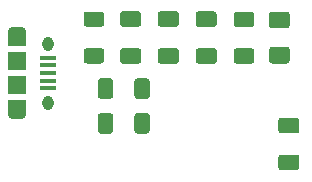
<source format=gtp>
G04 #@! TF.GenerationSoftware,KiCad,Pcbnew,(5.1.10)-1*
G04 #@! TF.CreationDate,2021-08-25T20:16:02-07:00*
G04 #@! TF.ProjectId,USB breakout,55534220-6272-4656-916b-6f75742e6b69,rev?*
G04 #@! TF.SameCoordinates,Original*
G04 #@! TF.FileFunction,Paste,Top*
G04 #@! TF.FilePolarity,Positive*
%FSLAX46Y46*%
G04 Gerber Fmt 4.6, Leading zero omitted, Abs format (unit mm)*
G04 Created by KiCad (PCBNEW (5.1.10)-1) date 2021-08-25 20:16:02*
%MOMM*%
%LPD*%
G01*
G04 APERTURE LIST*
%ADD10R,1.350000X0.400000*%
%ADD11O,1.550000X0.890000*%
%ADD12R,1.550000X1.500000*%
%ADD13R,1.550000X1.200000*%
%ADD14O,0.950000X1.250000*%
G04 APERTURE END LIST*
G36*
G01*
X124325000Y-90187500D02*
X123075000Y-90187500D01*
G75*
G02*
X122825000Y-89937500I0J250000D01*
G01*
X122825000Y-89012500D01*
G75*
G02*
X123075000Y-88762500I250000J0D01*
G01*
X124325000Y-88762500D01*
G75*
G02*
X124575000Y-89012500I0J-250000D01*
G01*
X124575000Y-89937500D01*
G75*
G02*
X124325000Y-90187500I-250000J0D01*
G01*
G37*
G36*
G01*
X124325000Y-87212500D02*
X123075000Y-87212500D01*
G75*
G02*
X122825000Y-86962500I0J250000D01*
G01*
X122825000Y-86037500D01*
G75*
G02*
X123075000Y-85787500I250000J0D01*
G01*
X124325000Y-85787500D01*
G75*
G02*
X124575000Y-86037500I0J-250000D01*
G01*
X124575000Y-86962500D01*
G75*
G02*
X124325000Y-87212500I-250000J0D01*
G01*
G37*
D10*
X104150000Y-89700000D03*
X104150000Y-90350000D03*
X104150000Y-91000000D03*
X104150000Y-91650000D03*
X104150000Y-92300000D03*
D11*
X101450000Y-87500000D03*
D12*
X101450000Y-90000000D03*
X101450000Y-92000000D03*
D11*
X101450000Y-94500000D03*
D13*
X101450000Y-88100000D03*
X101450000Y-93900000D03*
D14*
X104150000Y-88500000D03*
X104150000Y-93500000D03*
G36*
G01*
X110449998Y-88887500D02*
X111750002Y-88887500D01*
G75*
G02*
X112000000Y-89137498I0J-249998D01*
G01*
X112000000Y-89962502D01*
G75*
G02*
X111750002Y-90212500I-249998J0D01*
G01*
X110449998Y-90212500D01*
G75*
G02*
X110200000Y-89962502I0J249998D01*
G01*
X110200000Y-89137498D01*
G75*
G02*
X110449998Y-88887500I249998J0D01*
G01*
G37*
G36*
G01*
X110449998Y-85762500D02*
X111750002Y-85762500D01*
G75*
G02*
X112000000Y-86012498I0J-249998D01*
G01*
X112000000Y-86837502D01*
G75*
G02*
X111750002Y-87087500I-249998J0D01*
G01*
X110449998Y-87087500D01*
G75*
G02*
X110200000Y-86837502I0J249998D01*
G01*
X110200000Y-86012498D01*
G75*
G02*
X110449998Y-85762500I249998J0D01*
G01*
G37*
G36*
G01*
X114950002Y-87087500D02*
X113649998Y-87087500D01*
G75*
G02*
X113400000Y-86837502I0J249998D01*
G01*
X113400000Y-86012498D01*
G75*
G02*
X113649998Y-85762500I249998J0D01*
G01*
X114950002Y-85762500D01*
G75*
G02*
X115200000Y-86012498I0J-249998D01*
G01*
X115200000Y-86837502D01*
G75*
G02*
X114950002Y-87087500I-249998J0D01*
G01*
G37*
G36*
G01*
X114950002Y-90212500D02*
X113649998Y-90212500D01*
G75*
G02*
X113400000Y-89962502I0J249998D01*
G01*
X113400000Y-89137498D01*
G75*
G02*
X113649998Y-88887500I249998J0D01*
G01*
X114950002Y-88887500D01*
G75*
G02*
X115200000Y-89137498I0J-249998D01*
G01*
X115200000Y-89962502D01*
G75*
G02*
X114950002Y-90212500I-249998J0D01*
G01*
G37*
G36*
G01*
X118150002Y-90212500D02*
X116849998Y-90212500D01*
G75*
G02*
X116600000Y-89962502I0J249998D01*
G01*
X116600000Y-89137498D01*
G75*
G02*
X116849998Y-88887500I249998J0D01*
G01*
X118150002Y-88887500D01*
G75*
G02*
X118400000Y-89137498I0J-249998D01*
G01*
X118400000Y-89962502D01*
G75*
G02*
X118150002Y-90212500I-249998J0D01*
G01*
G37*
G36*
G01*
X118150002Y-87087500D02*
X116849998Y-87087500D01*
G75*
G02*
X116600000Y-86837502I0J249998D01*
G01*
X116600000Y-86012498D01*
G75*
G02*
X116849998Y-85762500I249998J0D01*
G01*
X118150002Y-85762500D01*
G75*
G02*
X118400000Y-86012498I0J-249998D01*
G01*
X118400000Y-86837502D01*
G75*
G02*
X118150002Y-87087500I-249998J0D01*
G01*
G37*
G36*
G01*
X125150002Y-99225000D02*
X123849998Y-99225000D01*
G75*
G02*
X123600000Y-98975002I0J249998D01*
G01*
X123600000Y-98149998D01*
G75*
G02*
X123849998Y-97900000I249998J0D01*
G01*
X125150002Y-97900000D01*
G75*
G02*
X125400000Y-98149998I0J-249998D01*
G01*
X125400000Y-98975002D01*
G75*
G02*
X125150002Y-99225000I-249998J0D01*
G01*
G37*
G36*
G01*
X125150002Y-96100000D02*
X123849998Y-96100000D01*
G75*
G02*
X123600000Y-95850002I0J249998D01*
G01*
X123600000Y-95024998D01*
G75*
G02*
X123849998Y-94775000I249998J0D01*
G01*
X125150002Y-94775000D01*
G75*
G02*
X125400000Y-95024998I0J-249998D01*
G01*
X125400000Y-95850002D01*
G75*
G02*
X125150002Y-96100000I-249998J0D01*
G01*
G37*
G36*
G01*
X112724999Y-94624999D02*
X112724999Y-95875001D01*
G75*
G02*
X112475000Y-96125000I-249999J0D01*
G01*
X111674998Y-96125000D01*
G75*
G02*
X111424999Y-95875001I0J249999D01*
G01*
X111424999Y-94624999D01*
G75*
G02*
X111674998Y-94375000I249999J0D01*
G01*
X112475000Y-94375000D01*
G75*
G02*
X112724999Y-94624999I0J-249999D01*
G01*
G37*
G36*
G01*
X109624999Y-94624999D02*
X109624999Y-95875001D01*
G75*
G02*
X109375000Y-96125000I-249999J0D01*
G01*
X108574998Y-96125000D01*
G75*
G02*
X108324999Y-95875001I0J249999D01*
G01*
X108324999Y-94624999D01*
G75*
G02*
X108574998Y-94375000I249999J0D01*
G01*
X109375000Y-94375000D01*
G75*
G02*
X109624999Y-94624999I0J-249999D01*
G01*
G37*
G36*
G01*
X109624999Y-91689998D02*
X109624999Y-92940000D01*
G75*
G02*
X109375000Y-93189999I-249999J0D01*
G01*
X108574998Y-93189999D01*
G75*
G02*
X108324999Y-92940000I0J249999D01*
G01*
X108324999Y-91689998D01*
G75*
G02*
X108574998Y-91439999I249999J0D01*
G01*
X109375000Y-91439999D01*
G75*
G02*
X109624999Y-91689998I0J-249999D01*
G01*
G37*
G36*
G01*
X112724999Y-91689998D02*
X112724999Y-92940000D01*
G75*
G02*
X112475000Y-93189999I-249999J0D01*
G01*
X111674998Y-93189999D01*
G75*
G02*
X111424999Y-92940000I0J249999D01*
G01*
X111424999Y-91689998D01*
G75*
G02*
X111674998Y-91439999I249999J0D01*
G01*
X112475000Y-91439999D01*
G75*
G02*
X112724999Y-91689998I0J-249999D01*
G01*
G37*
G36*
G01*
X121325001Y-90200000D02*
X120074999Y-90200000D01*
G75*
G02*
X119825000Y-89950001I0J249999D01*
G01*
X119825000Y-89149999D01*
G75*
G02*
X120074999Y-88900000I249999J0D01*
G01*
X121325001Y-88900000D01*
G75*
G02*
X121575000Y-89149999I0J-249999D01*
G01*
X121575000Y-89950001D01*
G75*
G02*
X121325001Y-90200000I-249999J0D01*
G01*
G37*
G36*
G01*
X121325001Y-87100000D02*
X120074999Y-87100000D01*
G75*
G02*
X119825000Y-86850001I0J249999D01*
G01*
X119825000Y-86049999D01*
G75*
G02*
X120074999Y-85800000I249999J0D01*
G01*
X121325001Y-85800000D01*
G75*
G02*
X121575000Y-86049999I0J-249999D01*
G01*
X121575000Y-86850001D01*
G75*
G02*
X121325001Y-87100000I-249999J0D01*
G01*
G37*
G36*
G01*
X108625001Y-90187500D02*
X107374999Y-90187500D01*
G75*
G02*
X107125000Y-89937501I0J249999D01*
G01*
X107125000Y-89137499D01*
G75*
G02*
X107374999Y-88887500I249999J0D01*
G01*
X108625001Y-88887500D01*
G75*
G02*
X108875000Y-89137499I0J-249999D01*
G01*
X108875000Y-89937501D01*
G75*
G02*
X108625001Y-90187500I-249999J0D01*
G01*
G37*
G36*
G01*
X108625001Y-87087500D02*
X107374999Y-87087500D01*
G75*
G02*
X107125000Y-86837501I0J249999D01*
G01*
X107125000Y-86037499D01*
G75*
G02*
X107374999Y-85787500I249999J0D01*
G01*
X108625001Y-85787500D01*
G75*
G02*
X108875000Y-86037499I0J-249999D01*
G01*
X108875000Y-86837501D01*
G75*
G02*
X108625001Y-87087500I-249999J0D01*
G01*
G37*
M02*

</source>
